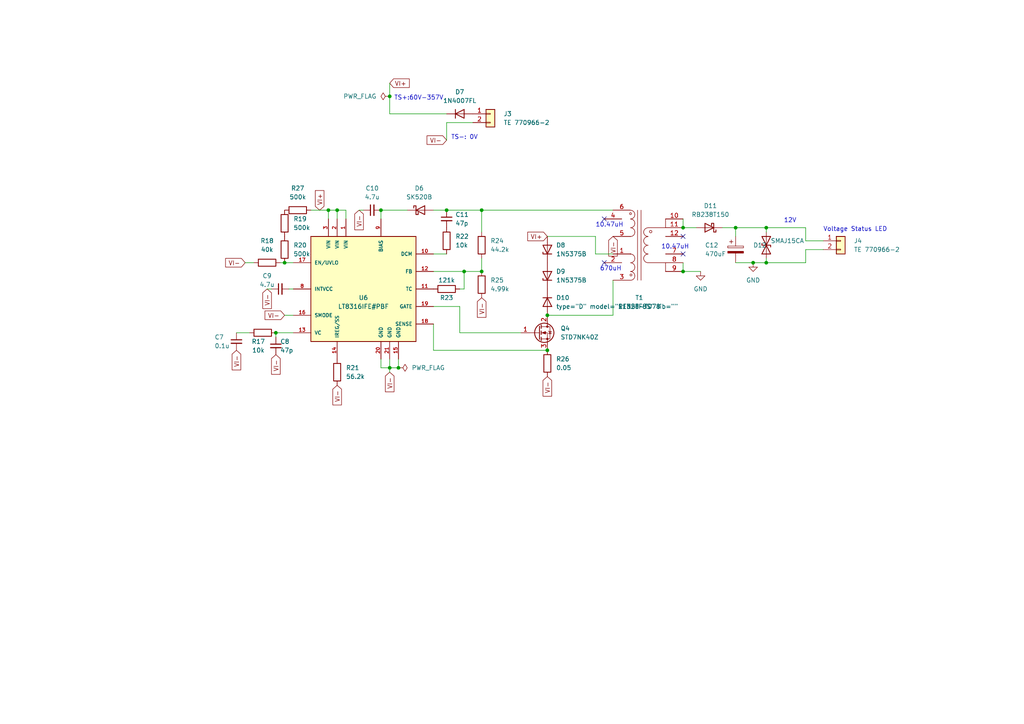
<source format=kicad_sch>
(kicad_sch (version 20211123) (generator eeschema)
  (paper "A4")
  (lib_symbols
    (symbol "11328-T078:11328-T078" (pin_names (offset 0.762))
      (property "Reference" "T" (at 15.24 38.1 0))
      (property "Value" "11328-T078" (at 10.16 35.56 0))
      (symbol "11328-T078_0_0"
        (pin passive line (at 7.62 20.32 0) (length 5.08) (name "") (number "1"))
        (pin passive line (at 27.94 30.48 180) (length 5.08) (name "") (number "10"))
        (pin passive line (at 27.94 27.94 180) (length 5.08) (name "") (number "11"))
        (pin passive line (at 27.94 25.4 180) (length 5.08) (name "") (number "12"))
        (pin passive line (at 5.08 17.78 0) (length 5.08) (name "") (number "2"))
        (pin passive line (at 7.62 12.7 0) (length 5.08) (name "") (number "3"))
        (pin passive line (at 5.08 30.48 0) (length 5.08) (name "") (number "4"))
        (pin passive line (at 7.62 25.4 0) (length 5.08) (name "") (number "5"))
        (pin passive line (at 7.62 33.02 0) (length 5.08) (name "") (number "6"))
        (pin passive line (at 27.94 20.32 180) (length 5.08) (name "") (number "7"))
        (pin passive line (at 27.94 17.78 180) (length 5.08) (name "") (number "8"))
        (pin passive line (at 27.94 15.24 180) (length 5.08) (name "") (number "9"))
      )
      (symbol "11328-T078_0_1"
        (polyline (pts (xy 14.732 12.7) (xy 14.732 33.02)))
        (polyline (pts (xy 15.748 33.02) (xy 15.748 12.7)))
        (polyline (pts (xy 17.78 17.78) (xy 22.86 17.78) (xy 22.86 15.24) (xy 22.86 17.78)))
        (polyline (pts (xy 17.78 27.94) (xy 22.86 27.94) (xy 22.86 30.48) (xy 22.86 30.48)))
        (arc (start 12.7 12.7) (mid 13.5942 13.0685) (end 13.9446 13.97))
        (arc (start 12.7 15.24) (mid 13.5942 15.6085) (end 13.9446 16.51))
        (arc (start 12.7 17.78) (mid 13.5942 18.1485) (end 13.9446 19.05))
        (circle (center 12.7 20.32) (radius 0.0001))
        (arc (start 12.7 25.4) (mid 13.5942 25.7685) (end 13.9446 26.67))
        (arc (start 12.7 27.94) (mid 13.5942 28.3085) (end 13.9446 29.21))
        (arc (start 12.7 30.48) (mid 13.5942 30.8485) (end 13.9446 31.75))
        (circle (center 12.7 32.004) (radius 0.284))
        (circle (center 12.827 14.224) (radius 0.284))
        (arc (start 13.9446 13.97) (mid 13.5801 14.8501) (end 12.7 15.2146))
        (arc (start 13.9446 16.51) (mid 13.5801 17.3901) (end 12.7 17.7546))
        (arc (start 13.9446 19.05) (mid 13.5801 19.9301) (end 12.7 20.2946))
        (arc (start 13.9446 26.67) (mid 13.5801 27.5501) (end 12.7 27.9146))
        (arc (start 13.9446 29.21) (mid 13.5801 30.0901) (end 12.7 30.4546))
        (arc (start 13.9446 31.75) (mid 13.5801 32.6301) (end 12.7 32.9946))
        (arc (start 16.51 19.05) (mid 16.882 18.152) (end 17.78 17.78))
        (arc (start 16.51 21.59) (mid 16.882 20.692) (end 17.78 20.32))
        (arc (start 16.51 24.13) (mid 16.882 23.232) (end 17.78 22.86))
        (arc (start 16.51 26.67) (mid 16.882 25.772) (end 17.78 25.4))
        (arc (start 17.78 20.2946) (mid 16.8961 19.9263) (end 16.51 19.05))
        (arc (start 17.78 22.8346) (mid 16.8961 22.4663) (end 16.51 21.59))
        (arc (start 17.78 25.3746) (mid 16.8961 25.0063) (end 16.51 24.13))
        (arc (start 17.78 27.9146) (mid 16.8961 27.5463) (end 16.51 26.67))
        (circle (center 18.542 26.797) (radius 0.3592))
      )
    )
    (symbol "Connector_Generic:Conn_01x02" (pin_names (offset 1.016) hide)
      (property "Reference" "J" (at 0 2.54 0))
      (property "Value" "Conn_01x02" (at 0 -5.08 0))
      (symbol "Conn_01x02_1_1"
        (rectangle (start -1.27 -2.413) (end 0 -2.667) (stroke (width 0.1524)))
        (rectangle (start -1.27 0.127) (end 0 -0.127) (stroke (width 0.1524)))
        (rectangle (start -1.27 1.27) (end 1.27 -3.81) (stroke (width 0.254)) (fill (type background)))
        (pin passive line (at -5.08 0 0) (length 3.81) (name "Pin_1") (number "1"))
        (pin passive line (at -5.08 -2.54 0) (length 3.81) (name "Pin_2") (number "2"))
      )
    )
    (symbol "Device:C_Polarized" (pin_numbers hide) (pin_names (offset 0.254))
      (property "Reference" "C" (at 0.635 2.54 0))
      (property "Value" "C_Polarized" (at 0.635 -2.54 0))
      (symbol "C_Polarized_0_1"
        (rectangle (start -2.286 0.508) (end 2.286 1.016))
        (polyline (pts (xy -1.778 2.286) (xy -0.762 2.286)))
        (polyline (pts (xy -1.27 2.794) (xy -1.27 1.778)))
        (rectangle (start 2.286 -0.508) (end -2.286 -1.016) (fill (type outline)))
      )
      (symbol "C_Polarized_1_1"
        (pin passive line (at 0 3.81 270) (length 2.794) (name "~") (number "1"))
        (pin passive line (at 0 -3.81 90) (length 2.794) (name "~") (number "2"))
      )
    )
    (symbol "Device:C_Small" (pin_numbers hide) (pin_names (offset 0.254) hide)
      (property "Reference" "C" (at 0.254 1.778 0))
      (property "Value" "C_Small" (at 0.254 -2.032 0))
      (symbol "C_Small_0_1"
        (polyline (pts (xy -1.524 -0.508) (xy 1.524 -0.508)) (stroke (width 0.3302)))
        (polyline (pts (xy -1.524 0.508) (xy 1.524 0.508)) (stroke (width 0.3048)))
      )
      (symbol "C_Small_1_1"
        (pin passive line (at 0 2.54 270) (length 2.032) (name "~") (number "1"))
        (pin passive line (at 0 -2.54 90) (length 2.032) (name "~") (number "2"))
      )
    )
    (symbol "Device:D" (pin_numbers hide) (pin_names (offset 1.016) hide)
      (property "Reference" "D" (at 0 2.54 0))
      (property "Value" "D" (at 0 -2.54 0))
      (symbol "D_0_1"
        (polyline (pts (xy -1.27 1.27) (xy -1.27 -1.27)) (stroke (width 0.254)))
        (polyline (pts (xy 1.27 0) (xy -1.27 0)))
        (polyline (pts (xy 1.27 1.27) (xy 1.27 -1.27) (xy -1.27 0) (xy 1.27 1.27)) (stroke (width 0.254)))
      )
      (symbol "D_1_1"
        (pin passive line (at -3.81 0 0) (length 2.54) (name "K") (number "1"))
        (pin passive line (at 3.81 0 180) (length 2.54) (name "A") (number "2"))
      )
    )
    (symbol "Device:D_Schottky" (pin_numbers hide) (pin_names (offset 1.016) hide)
      (property "Reference" "D" (at 0 2.54 0))
      (property "Value" "D_Schottky" (at 0 -2.54 0))
      (symbol "D_Schottky_0_1"
        (polyline (pts (xy 1.27 0) (xy -1.27 0)))
        (polyline (pts (xy 1.27 1.27) (xy 1.27 -1.27) (xy -1.27 0) (xy 1.27 1.27)) (stroke (width 0.254)))
        (polyline (pts (xy -1.905 0.635) (xy -1.905 1.27) (xy -1.27 1.27) (xy -1.27 -1.27) (xy -0.635 -1.27) (xy -0.635 -0.635)) (stroke (width 0.254)))
      )
      (symbol "D_Schottky_1_1"
        (pin passive line (at -3.81 0 0) (length 2.54) (name "K") (number "1"))
        (pin passive line (at 3.81 0 180) (length 2.54) (name "A") (number "2"))
      )
    )
    (symbol "Device:D_TVS" (pin_numbers hide) (pin_names (offset 1.016) hide)
      (property "Reference" "D" (at 0 2.54 0))
      (property "Value" "D_TVS" (at 0 -2.54 0))
      (symbol "D_TVS_0_1"
        (polyline (pts (xy 1.27 0) (xy -1.27 0)))
        (polyline (pts (xy 0.508 1.27) (xy 0 1.27) (xy 0 -1.27) (xy -0.508 -1.27)) (stroke (width 0.254)))
        (polyline (pts (xy -2.54 1.27) (xy -2.54 -1.27) (xy 2.54 1.27) (xy 2.54 -1.27) (xy -2.54 1.27)) (stroke (width 0.254)))
      )
      (symbol "D_TVS_1_1"
        (pin passive line (at -3.81 0 0) (length 2.54) (name "A1") (number "1"))
        (pin passive line (at 3.81 0 180) (length 2.54) (name "A2") (number "2"))
      )
    )
    (symbol "Device:D_Zener" (pin_numbers hide) (pin_names (offset 1.016) hide)
      (property "Reference" "D" (at 0 2.54 0))
      (property "Value" "D_Zener" (at 0 -2.54 0))
      (symbol "D_Zener_0_1"
        (polyline (pts (xy 1.27 0) (xy -1.27 0)))
        (polyline (pts (xy -1.27 -1.27) (xy -1.27 1.27) (xy -0.762 1.27)) (stroke (width 0.254)))
        (polyline (pts (xy 1.27 -1.27) (xy 1.27 1.27) (xy -1.27 0) (xy 1.27 -1.27)) (stroke (width 0.254)))
      )
      (symbol "D_Zener_1_1"
        (pin passive line (at -3.81 0 0) (length 2.54) (name "K") (number "1"))
        (pin passive line (at 3.81 0 180) (length 2.54) (name "A") (number "2"))
      )
    )
    (symbol "Device:R" (pin_numbers hide) (pin_names (offset 0))
      (property "Reference" "R" (at 2.032 0 90))
      (property "Value" "R" (at 0 0 90))
      (symbol "R_0_1"
        (rectangle (start -1.016 -2.54) (end 1.016 2.54) (stroke (width 0.254)))
      )
      (symbol "R_1_1"
        (pin passive line (at 0 3.81 270) (length 1.27) (name "~") (number "1"))
        (pin passive line (at 0 -3.81 90) (length 1.27) (name "~") (number "2"))
      )
    )
    (symbol "LT8316IFE_PBF:LT8316IFE#PBF" (pin_names (offset 1.016))
      (property "Reference" "U" (at -15.24 16.002 0))
      (property "Value" "LT8316IFE#PBF" (at -15.24 -17.78 0))
      (symbol "LT8316IFE#PBF_0_0"
        (rectangle (start -15.24 -10.16) (end 15.24 20.32) (stroke (width 0.254)) (fill (type background)))
        (pin input line (at -5.08 25.4 270) (length 5.08) (name "VIN") (number "1"))
        (pin input line (at 20.32 15.24 180) (length 5.08) (name "DCM") (number "10"))
        (pin passive line (at 20.32 5.08 180) (length 5.08) (name "TC") (number "11"))
        (pin input line (at 20.32 10.16 180) (length 5.08) (name "FB") (number "12"))
        (pin passive line (at -20.32 -7.62 0) (length 5.08) (name "VC") (number "13"))
        (pin bidirectional line (at -7.62 -15.24 90) (length 5.08) (name "IREG/SS") (number "14"))
        (pin power_in line (at 10.16 -15.24 90) (length 5.08) (name "GND") (number "15"))
        (pin input line (at -20.32 -2.54 0) (length 5.08) (name "SMODE") (number "16"))
        (pin input line (at -20.32 12.7 0) (length 5.08) (name "EN/UVLO") (number "17"))
        (pin input line (at 20.32 -5.08 180) (length 5.08) (name "SENSE") (number "18"))
        (pin output line (at 20.32 0 180) (length 5.08) (name "GATE") (number "19"))
        (pin input line (at -7.62 25.4 270) (length 5.08) (name "VIN") (number "2"))
        (pin power_in line (at 5.08 -15.24 90) (length 5.08) (name "GND") (number "20"))
        (pin power_in line (at 7.62 -15.24 90) (length 5.08) (name "GND") (number "21"))
        (pin input line (at -10.16 25.4 270) (length 5.08) (name "VIN") (number "3"))
        (pin output line (at -20.32 5.08 0) (length 5.08) (name "INTVCC") (number "8"))
        (pin input line (at 5.08 25.4 270) (length 5.08) (name "BIAS") (number "9"))
      )
    )
    (symbol "Simulation_SPICE:DIODE" (pin_numbers hide) (pin_names (offset 1.016) hide)
      (property "Reference" "D" (at 0 2.54 0))
      (property "Value" "DIODE" (at 0 -2.54 0))
      (symbol "DIODE_0_1"
        (polyline (pts (xy 1.27 0) (xy -1.27 0)))
        (polyline (pts (xy 1.27 1.27) (xy 1.27 -1.27)) (stroke (width 0.254)))
        (polyline (pts (xy -1.27 -1.27) (xy -1.27 1.27) (xy 1.27 0) (xy -1.27 -1.27)) (stroke (width 0.254)))
      )
      (symbol "DIODE_1_1"
        (pin passive line (at -3.81 0 0) (length 2.54) (name "A") (number "1"))
        (pin passive line (at 3.81 0 180) (length 2.54) (name "K") (number "2"))
      )
    )
    (symbol "Transistor_FET:STD7NK40Z" (pin_names hide)
      (property "Reference" "Q" (at 5.08 1.905 0))
      (property "Value" "STD7NK40Z" (at 5.08 0 0))
      (symbol "STD7NK40Z_0_1"
        (polyline (pts (xy 0.254 0) (xy -2.54 0)))
        (polyline (pts (xy 0.254 1.905) (xy 0.254 -1.905)) (stroke (width 0.254)))
        (polyline (pts (xy 0.762 -1.27) (xy 0.762 -2.286)) (stroke (width 0.254)))
        (polyline (pts (xy 0.762 0.508) (xy 0.762 -0.508)) (stroke (width 0.254)))
        (polyline (pts (xy 0.762 2.286) (xy 0.762 1.27)) (stroke (width 0.254)))
        (polyline (pts (xy 2.54 2.54) (xy 2.54 1.778)))
        (polyline (pts (xy 2.54 -2.54) (xy 2.54 0) (xy 0.762 0)))
        (polyline (pts (xy 0.762 -1.778) (xy 3.302 -1.778) (xy 3.302 1.778) (xy 0.762 1.778)))
        (polyline (pts (xy 1.016 0) (xy 2.032 0.381) (xy 2.032 -0.381) (xy 1.016 0)) (fill (type outline)))
        (polyline (pts (xy 2.794 0.508) (xy 2.921 0.381) (xy 3.683 0.381) (xy 3.81 0.254)))
        (polyline (pts (xy 3.302 0.381) (xy 2.921 -0.254) (xy 3.683 -0.254) (xy 3.302 0.381)))
        (circle (center 1.651 0) (radius 2.794) (stroke (width 0.254)))
        (circle (center 2.54 -1.778) (radius 0.254) (fill (type outline)))
        (circle (center 2.54 1.778) (radius 0.254) (fill (type outline)))
      )
      (symbol "STD7NK40Z_1_1"
        (pin passive line (at -5.08 0 0) (length 2.54) (name "G") (number "1"))
        (pin passive line (at 2.54 5.08 270) (length 2.54) (name "D") (number "2"))
        (pin passive line (at 2.54 -5.08 90) (length 2.54) (name "S") (number "3"))
      )
    )
    (symbol "power:GND" (power) (pin_names (offset 0))
      (property "Value" "GND" (at 0 -3.81 0))
      (symbol "GND_0_1"
        (polyline (pts (xy 0 0) (xy 0 -1.27) (xy 1.27 -1.27) (xy 0 -2.54) (xy -1.27 -1.27) (xy 0 -1.27)))
      )
      (symbol "GND_1_1"
        (pin power_in line (at 0 0 270) (length 0) hide (name "GND") (number "1"))
      )
    )
    (symbol "power:PWR_FLAG" (power) (pin_numbers hide) (pin_names (offset 0) hide)
      (property "Value" "PWR_FLAG" (at 0 3.81 0))
      (symbol "PWR_FLAG_0_0"
        (pin power_out line (at 0 0 90) (length 0) (name "pwr") (number "1"))
      )
      (symbol "PWR_FLAG_0_1"
        (polyline (pts (xy 0 0) (xy 0 1.27) (xy -1.016 1.905) (xy 0 2.54) (xy 1.016 1.905) (xy 0 1.27)))
      )
    )
  )
  (junction (at 113.03 27.94))
  (junction (at 139.7 60.96))
  (junction (at 134.62 78.74))
  (junction (at 158.75 101.6))
  (junction (at 82.55 76.2))
  (junction (at 110.49 60.96))
  (junction (at 218.44 76.2))
  (junction (at 213.36 66.04))
  (junction (at 139.7 78.74))
  (junction (at 97.79 60.96))
  (junction (at 95.25 60.96))
  (junction (at 115.57 106.68))
  (junction (at 113.03 106.68))
  (junction (at 129.54 60.96))
  (junction (at 198.12 78.74))
  (junction (at 80.01 96.52))
  (junction (at 158.75 91.44))
  (junction (at 222.25 66.04))
  (junction (at 198.12 66.04))
  (junction (at 222.25 76.2))
  (no_connect (at 175.26 63.5))
  (no_connect (at 175.26 76.2))
  (no_connect (at 198.12 68.58))
  (no_connect (at 198.12 73.66))
  (wire (pts (xy 213.36 76.2) (xy 218.44 76.2)))
  (wire (pts (xy 113.03 104.14) (xy 113.03 106.68)))
  (wire (pts (xy 233.68 76.2) (xy 222.25 76.2)))
  (wire (pts (xy 133.35 88.9) (xy 125.73 88.9)))
  (wire (pts (xy 100.33 63.5) (xy 100.33 60.96)))
  (wire (pts (xy 110.49 60.96) (xy 118.11 60.96)))
  (wire (pts (xy 125.73 101.6) (xy 158.75 101.6)))
  (wire (pts (xy 134.62 83.82) (xy 134.62 78.74)))
  (wire (pts (xy 134.62 78.74) (xy 139.7 78.74)))
  (wire (pts (xy 82.55 91.44) (xy 85.09 91.44)))
  (wire (pts (xy 213.36 66.04) (xy 222.25 66.04)))
  (wire (pts (xy 115.57 106.68) (xy 113.03 106.68)))
  (wire (pts (xy 95.25 60.96) (xy 97.79 60.96)))
  (wire (pts (xy 238.76 72.39) (xy 233.68 72.39)))
  (wire (pts (xy 113.03 24.13) (xy 113.03 27.94)))
  (wire (pts (xy 95.25 63.5) (xy 95.25 60.96)))
  (wire (pts (xy 110.49 104.14) (xy 110.49 106.68)))
  (wire (pts (xy 133.35 96.52) (xy 133.35 88.9)))
  (wire (pts (xy 177.8 81.28) (xy 177.8 91.44)))
  (wire (pts (xy 233.68 66.04) (xy 222.25 66.04)))
  (wire (pts (xy 233.68 69.85) (xy 233.68 66.04)))
  (wire (pts (xy 125.73 73.66) (xy 129.54 73.66)))
  (wire (pts (xy 82.55 76.2) (xy 85.09 76.2)))
  (wire (pts (xy 129.54 35.56) (xy 129.54 40.64)))
  (wire (pts (xy 133.35 83.82) (xy 134.62 83.82)))
  (wire (pts (xy 77.47 83.82) (xy 78.74 83.82)))
  (wire (pts (xy 209.55 66.04) (xy 213.36 66.04)))
  (wire (pts (xy 213.36 68.58) (xy 213.36 66.04)))
  (wire (pts (xy 139.7 74.93) (xy 139.7 78.74)))
  (wire (pts (xy 81.28 76.2) (xy 82.55 76.2)))
  (wire (pts (xy 139.7 60.96) (xy 177.8 60.96)))
  (wire (pts (xy 113.03 33.02) (xy 129.54 33.02)))
  (wire (pts (xy 222.25 74.93) (xy 222.25 76.2)))
  (wire (pts (xy 139.7 60.96) (xy 129.54 60.96)))
  (wire (pts (xy 104.14 60.96) (xy 105.41 60.96)))
  (wire (pts (xy 90.17 60.96) (xy 95.25 60.96)))
  (wire (pts (xy 172.72 73.66) (xy 177.8 73.66)))
  (wire (pts (xy 80.01 96.52) (xy 80.01 97.79)))
  (wire (pts (xy 198.12 63.5) (xy 198.12 66.04)))
  (wire (pts (xy 72.39 96.52) (xy 68.58 96.52)))
  (wire (pts (xy 218.44 76.2) (xy 222.25 76.2)))
  (wire (pts (xy 97.79 60.96) (xy 97.79 63.5)))
  (wire (pts (xy 83.82 83.82) (xy 85.09 83.82)))
  (wire (pts (xy 115.57 104.14) (xy 115.57 106.68)))
  (wire (pts (xy 100.33 60.96) (xy 97.79 60.96)))
  (wire (pts (xy 198.12 78.74) (xy 203.2 78.74)))
  (wire (pts (xy 238.76 69.85) (xy 233.68 69.85)))
  (wire (pts (xy 80.01 96.52) (xy 85.09 96.52)))
  (wire (pts (xy 110.49 106.68) (xy 113.03 106.68)))
  (wire (pts (xy 113.03 27.94) (xy 113.03 33.02)))
  (wire (pts (xy 71.12 76.2) (xy 73.66 76.2)))
  (wire (pts (xy 125.73 78.74) (xy 134.62 78.74)))
  (wire (pts (xy 137.16 35.56) (xy 129.54 35.56)))
  (wire (pts (xy 172.72 68.58) (xy 172.72 73.66)))
  (wire (pts (xy 172.72 68.58) (xy 158.75 68.58)))
  (wire (pts (xy 139.7 67.31) (xy 139.7 60.96)))
  (wire (pts (xy 177.8 91.44) (xy 158.75 91.44)))
  (wire (pts (xy 125.73 93.98) (xy 125.73 101.6)))
  (wire (pts (xy 151.13 96.52) (xy 133.35 96.52)))
  (wire (pts (xy 222.25 66.04) (xy 222.25 67.31)))
  (wire (pts (xy 125.73 60.96) (xy 129.54 60.96)))
  (wire (pts (xy 233.68 72.39) (xy 233.68 76.2)))
  (wire (pts (xy 113.03 106.68) (xy 113.03 107.95)))
  (wire (pts (xy 198.12 66.04) (xy 201.93 66.04)))
  (wire (pts (xy 110.49 60.96) (xy 110.49 63.5)))
  (wire (pts (xy 198.12 76.2) (xy 198.12 78.74)))
  (text "10.47uH\n" (at 191.77 72.39 0) (effects (font (size 1.27 1.27)) (justify left bottom)))
  (text "Voltage Status LED\n" (at 238.76 67.31 0) (effects (font (size 1.27 1.27)) (justify left bottom)))
  (text "TS+:60V-357V" (at 114.3 29.21 0) (effects (font (size 1.27 1.27)) (justify left bottom)))
  (text "10.47uH\n" (at 172.72 66.04 0) (effects (font (size 1.27 1.27)) (justify left bottom)))
  (text "670uH\n" (at 173.99 78.74 0) (effects (font (size 1.27 1.27)) (justify left bottom)))
  (text "TS-: 0V\n" (at 130.81 40.64 0) (effects (font (size 1.27 1.27)) (justify left bottom)))
  (text "12V\n" (at 227.33 64.77 0) (effects (font (size 1.27 1.27)) (justify left bottom)))
  (global_label "VI-" (shape input) (at 177.8 68.58 270) (property "Intersheet References" "${INTERSHEET_REFS}" (effects hide)))
  (global_label "VI-" (shape input) (at 82.55 91.44 180) (property "Intersheet References" "${INTERSHEET_REFS}" (effects hide)))
  (global_label "VI-" (shape input) (at 113.03 107.95 270) (property "Intersheet References" "${INTERSHEET_REFS}" (effects hide)))
  (global_label "VI+" (shape input) (at 158.75 68.58 180) (property "Intersheet References" "${INTERSHEET_REFS}" (effects hide)))
  (global_label "VI-" (shape input) (at 77.47 83.82 270) (property "Intersheet References" "${INTERSHEET_REFS}" (effects hide)))
  (global_label "VI-" (shape input) (at 129.54 40.64 180) (property "Intersheet References" "${INTERSHEET_REFS}" (effects hide)))
  (global_label "VI+" (shape input) (at 113.03 24.13 0) (property "Intersheet References" "${INTERSHEET_REFS}" (effects hide)))
  (global_label "VI+" (shape input) (at 92.71 60.96 90) (property "Intersheet References" "${INTERSHEET_REFS}" (effects hide)))
  (global_label "VI-" (shape input) (at 80.01 102.87 270) (property "Intersheet References" "${INTERSHEET_REFS}" (effects hide)))
  (global_label "VI-" (shape input) (at 97.79 111.76 270) (property "Intersheet References" "${INTERSHEET_REFS}" (effects hide)))
  (global_label "VI-" (shape input) (at 139.7 86.36 270) (property "Intersheet References" "${INTERSHEET_REFS}" (effects hide)))
  (global_label "VI-" (shape input) (at 104.14 60.96 270) (property "Intersheet References" "${INTERSHEET_REFS}" (effects hide)))
  (global_label "VI-" (shape input) (at 68.58 101.6 270) (property "Intersheet References" "${INTERSHEET_REFS}" (effects hide)))
  (global_label "VI-" (shape input) (at 71.12 76.2 180) (property "Intersheet References" "${INTERSHEET_REFS}" (effects hide)))
  (global_label "VI-" (shape input) (at 158.75 109.22 270) (property "Intersheet References" "${INTERSHEET_REFS}" (effects hide)))
  (symbol (lib_id "Device:R") (at 158.75 105.41 0) (unit 1)
    (property "Reference" "R26" (at 161.29 104.1399 0) (effects (justify left)))
    (property "Value" "0.05" (at 161.29 106.6799 0) (effects (justify left)))
    (property "Footprint" "Resistor_SMD:R_1206_3216Metric" (effects hide))
  )
  (symbol (lib_id "power:GND") (at 203.2 78.74 0) (unit 1)
    (property "Reference" "#PWR0106" (effects hide))
    (property "Value" "GND" (at 203.2 83.82 0))
  )
  (symbol (lib_id "Device:R") (at 129.54 83.82 90) (unit 1)
    (property "Reference" "R23" (at 129.54 86.36 90))
    (property "Value" "121k" (at 129.54 81.28 90))
    (property "Footprint" "Resistor_SMD:R_0603_1608Metric" (effects hide))
  )
  (symbol (lib_id "Device:R") (at 86.36 60.96 90) (unit 1)
    (property "Reference" "R27" (at 86.36 54.61 90))
    (property "Value" "500k" (at 86.36 57.15 90))
    (property "Footprint" "Resistor_SMD:R_1206_3216Metric" (effects hide))
  )
  (symbol (lib_id "Device:C_Small") (at 68.58 99.06 0) (unit 1)
    (property "Reference" "C7" (at 62.23 97.79 0) (effects (justify left)))
    (property "Value" "0.1u" (at 62.23 100.33 0) (effects (justify left)))
    (property "Footprint" "Capacitor_SMD:C_0603_1608Metric" (effects hide))
  )
  (symbol (lib_id "Device:C_Small") (at 81.28 83.82 90) (unit 1)
    (property "Reference" "C9" (at 77.47 80.01 90))
    (property "Value" "4.7u" (at 77.47 82.55 90))
    (property "Footprint" "Capacitor_SMD:C_0603_1608Metric" (effects hide))
  )
  (symbol (lib_id "Device:R") (at 139.7 82.55 180) (unit 1)
    (property "Reference" "R25" (at 142.24 81.2799 0) (effects (justify right)))
    (property "Value" "4.99k" (at 142.24 83.8199 0) (effects (justify right)))
    (property "Footprint" "Resistor_SMD:R_0603_1608Metric" (effects hide))
  )
  (symbol (lib_id "Device:D_TVS") (at 222.25 71.12 90) (unit 1)
    (property "Reference" "D12" (at 218.44 71.12 90) (effects (justify right)))
    (property "Value" "SMAJ15CA" (at 223.52 69.85 90) (effects (justify right)))
    (property "Footprint" "Diode_SMD:D_SMA" (effects hide))
  )
  (symbol (lib_id "power:GND") (at 218.44 76.2 0) (unit 1)
    (property "Reference" "#PWR0107" (effects hide))
    (property "Value" "GND" (at 218.44 81.28 0))
  )
  (symbol (lib_id "Device:R") (at 76.2 96.52 90) (unit 1)
    (property "Reference" "R17" (at 74.93 99.06 90))
    (property "Value" "10k" (at 74.93 101.6 90))
    (property "Footprint" "Resistor_SMD:R_0603_1608Metric" (effects hide))
  )
  (symbol (lib_id "Device:C_Small") (at 107.95 60.96 90) (unit 1)
    (property "Reference" "C10" (at 107.9563 54.61 90))
    (property "Value" "4.7u" (at 107.9563 57.15 90))
    (property "Footprint" "Capacitor_SMD:C_0603_1608Metric" (effects hide))
  )
  (symbol (lib_id "Transistor_FET:STD7NK40Z") (at 156.21 96.52 0) (unit 1)
    (property "Reference" "Q4" (at 162.56 95.2499 0) (effects (justify left)))
    (property "Value" "STD7NK40Z" (at 162.56 97.7899 0) (effects (justify left)))
    (property "Footprint" "Package_TO_SOT_SMD:TO-252-2" (effects hide))
    (property "Datasheet" "https://www.st.com/resource/en/datasheet/std7nk40zt4.pdf" (effects hide))
  )
  (symbol (lib_id "Device:D") (at 133.35 33.02 0) (unit 1)
    (property "Reference" "D7" (at 133.35 26.67 0))
    (property "Value" "1N4007FL" (at 133.35 29.21 0))
    (property "Footprint" "Diode_SMD:D_SOD-123F" (effects hide))
  )
  (symbol (lib_id "Device:D_Schottky") (at 205.74 66.04 180) (unit 1)
    (property "Reference" "D11" (at 206.0575 59.69 0))
    (property "Value" "RB238T150" (at 206.0575 62.23 0))
    (property "Footprint" "Package_TO_SOT_THT:TO-220-3_Horizontal_TabDown" (effects hide))
  )
  (symbol (lib_id "Device:D_Zener") (at 158.75 80.01 90) (unit 1)
    (property "Reference" "D9" (at 161.29 78.7399 90) (effects (justify right)))
    (property "Value" "1N5375B" (at 161.29 81.2799 90) (effects (justify right)))
    (property "Footprint" "Diode_THT:D_A-405_P12.70mm_Horizontal" (effects hide))
  )
  (symbol (lib_id "Connector_Generic:Conn_01x02") (at 243.84 69.85 0) (unit 1)
    (property "Reference" "J4" (at 247.65 69.8499 0) (effects (justify left)))
    (property "Value" "TE 770966-2" (at 247.65 72.3899 0) (effects (justify left)))
    (property "Footprint" "Connector_TE-Connectivity:TE_MATE-N-LOK_1-770966-x_1x02_P4.14mm_Horizontal" (effects hide))
  )
  (symbol (lib_id "Device:R") (at 82.55 72.39 0) (unit 1)
    (property "Reference" "R20" (at 85.09 71.1199 0) (effects (justify left)))
    (property "Value" "500k" (at 85.09 73.6599 0) (effects (justify left)))
    (property "Footprint" "Resistor_SMD:R_1206_3216Metric" (effects hide))
  )
  (symbol (lib_id "Device:D_Zener") (at 158.75 72.39 90) (unit 1)
    (property "Reference" "D8" (at 161.29 71.1199 90) (effects (justify right)))
    (property "Value" "1N5375B" (at 161.29 73.6599 90) (effects (justify right)))
    (property "Footprint" "Diode_THT:D_A-405_P12.70mm_Horizontal" (effects hide))
  )
  (symbol (lib_id "Device:R") (at 82.55 64.77 0) (unit 1)
    (property "Reference" "R19" (at 85.09 63.4999 0) (effects (justify left)))
    (property "Value" "500k" (at 85.09 66.0399 0) (effects (justify left)))
    (property "Footprint" "Resistor_SMD:R_1206_3216Metric" (effects hide))
  )
  (symbol (lib_id "Device:D_Schottky") (at 121.92 60.96 0) (unit 1)
    (property "Reference" "D6" (at 121.6025 54.61 0))
    (property "Value" "SK520B" (at 121.6025 57.15 0))
    (property "Footprint" "Diode_SMD:D_SMB" (effects hide))
  )
  (symbol (lib_id "11328-T078:11328-T078") (at 170.18 93.98 0) (unit 1)
    (property "Reference" "T1" (at 185.42 86.36 0))
    (property "Value" "11328-T078" (at 185.42 88.9 0))
    (property "Footprint" "11328-T078:11328T078" (effects hide))
    (property "Datasheet" "https://products.sumida.com/products/pdf/LT8316-PQ2620-Datasheet-ver.20190825.pdf?t=1568674920" (effects hide))
    (property "Description" "Flyback Transformer" (effects hide))
    (property "Height" "23.5" (effects hide))
    (property "Mouser Part Number" "851-11328-T078" (effects hide))
    (property "Mouser Price/Stock" "https://www.mouser.co.uk/ProductDetail/Sumida/11328-T078?qs=DRkmTr78QATSv1m8MQuTbw%3D%3D" (effects hide))
    (property "Manufacturer_Name" "Sumida" (effects hide))
    (property "Manufacturer_Part_Number" "11328-T078" (effects hide))
  )
  (symbol (lib_id "Device:C_Small") (at 80.01 100.33 0) (unit 1)
    (property "Reference" "C8" (at 81.28 99.06 0) (effects (justify left)))
    (property "Value" "47p" (at 81.28 101.6 0) (effects (justify left)))
    (property "Footprint" "Capacitor_SMD:C_0603_1608Metric" (effects hide))
  )
  (symbol (lib_id "Device:C_Polarized") (at 213.36 72.39 0) (unit 1)
    (property "Reference" "C12" (at 204.47 71.12 0) (effects (justify left)))
    (property "Value" "470uF" (at 204.47 73.66 0) (effects (justify left)))
    (property "Footprint" "Capacitor_SMD:CP_Elec_10x10.5" (effects hide))
  )
  (symbol (lib_id "power:PWR_FLAG") (at 113.03 27.94 90) (unit 1)
    (property "Reference" "#FLG0104" (effects hide))
    (property "Value" "PWR_FLAG" (at 109.22 27.9399 90) (effects (justify left)))
  )
  (symbol (lib_id "power:PWR_FLAG") (at 115.57 106.68 270) (unit 1)
    (property "Reference" "#FLG0105" (effects hide))
    (property "Value" "PWR_FLAG" (at 119.38 106.6799 90) (effects (justify left)))
  )
  (symbol (lib_id "Device:R") (at 129.54 69.85 0) (unit 1)
    (property "Reference" "R22" (at 132.08 68.5799 0) (effects (justify left)))
    (property "Value" "10k" (at 132.08 71.1199 0) (effects (justify left)))
    (property "Footprint" "Resistor_SMD:R_0603_1608Metric" (effects hide))
  )
  (symbol (lib_id "Device:R") (at 139.7 71.12 180) (unit 1)
    (property "Reference" "R24" (at 142.24 69.8499 0) (effects (justify right)))
    (property "Value" "44.2k" (at 142.24 72.3899 0) (effects (justify right)))
    (property "Footprint" "Resistor_SMD:R_0603_1608Metric" (effects hide))
  )
  (symbol (lib_id "Connector_Generic:Conn_01x02") (at 142.24 33.02 0) (unit 1)
    (property "Reference" "J3" (at 146.05 33.0199 0) (effects (justify left)))
    (property "Value" "TE 770966-2" (at 146.05 35.5599 0) (effects (justify left)))
    (property "Footprint" "Connector_TE-Connectivity:TE_MATE-N-LOK_1-770966-x_1x02_P4.14mm_Horizontal" (effects hide))
  )
  (symbol (lib_id "Device:C_Small") (at 129.54 63.5 0) (unit 1)
    (property "Reference" "C11" (at 132.08 62.2362 0) (effects (justify left)))
    (property "Value" "47p" (at 132.08 64.7762 0) (effects (justify left)))
    (property "Footprint" "Capacitor_SMD:C_0603_1608Metric" (effects hide))
  )
  (symbol (lib_id "Device:R") (at 77.47 76.2 90) (unit 1)
    (property "Reference" "R18" (at 77.47 69.85 90))
    (property "Value" "40k" (at 77.47 72.39 90))
    (property "Footprint" "Resistor_SMD:R_1206_3216Metric" (effects hide))
  )
  (symbol (lib_id "Simulation_SPICE:DIODE") (at 158.75 87.63 90) (unit 1)
    (property "Reference" "D10" (at 161.29 86.3599 90) (effects (justify right)))
    (property "Value" "RFN5TF8S" (at 161.29 88.8999 90) (effects (justify right)))
    (property "Footprint" "Package_TO_SOT_THT:TO-220-2_Horizontal_TabDown" (effects hide))
    (property "Spice_Netlist_Enabled" "Y" (effects hide))
    (property "Spice_Primitive" "D" (effects hide))
  )
  (symbol (lib_id "Device:R") (at 97.79 107.95 0) (unit 1)
    (property "Reference" "R21" (at 100.33 106.6799 0) (effects (justify left)))
    (property "Value" "56.2k" (at 100.33 109.2199 0) (effects (justify left)))
    (property "Footprint" "Resistor_SMD:R_0603_1608Metric" (effects hide))
  )
  (symbol (lib_id "LT8316IFE_PBF:LT8316IFE#PBF") (at 105.41 88.9 0) (unit 1)
    (property "Reference" "U6" (at 105.41 86.36 0))
    (property "Value" "LT8316IFE#PBF" (at 105.41 88.9 0))
    (property "Footprint" "kicad-libraries:IC_LT8316IFE#PBF" (effects hide))
    (property "MANUFACTURER" "Analog Devices" (effects hide))
    (property "STANDARD" "Manufacturer Recommendations" (effects hide))
    (property "PARTREV" "A" (effects hide))
    (property "MAXIMUM_PACKAGE_HEIGHT" "1.2 mm" (effects hide))
  )
)
</source>
